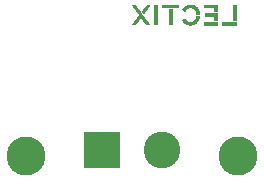
<source format=gbs>
G04 #@! TF.GenerationSoftware,KiCad,Pcbnew,6.0.9-8da3e8f707~116~ubuntu20.04.1*
G04 #@! TF.CreationDate,2023-03-26T14:19:45+00:00*
G04 #@! TF.ProjectId,LEC001020,4c454330-3031-4303-9230-2e6b69636164,rev?*
G04 #@! TF.SameCoordinates,Original*
G04 #@! TF.FileFunction,Soldermask,Bot*
G04 #@! TF.FilePolarity,Negative*
%FSLAX46Y46*%
G04 Gerber Fmt 4.6, Leading zero omitted, Abs format (unit mm)*
G04 Created by KiCad (PCBNEW 6.0.9-8da3e8f707~116~ubuntu20.04.1) date 2023-03-26 14:19:45*
%MOMM*%
%LPD*%
G01*
G04 APERTURE LIST*
G04 Aperture macros list*
%AMRoundRect*
0 Rectangle with rounded corners*
0 $1 Rounding radius*
0 $2 $3 $4 $5 $6 $7 $8 $9 X,Y pos of 4 corners*
0 Add a 4 corners polygon primitive as box body*
4,1,4,$2,$3,$4,$5,$6,$7,$8,$9,$2,$3,0*
0 Add four circle primitives for the rounded corners*
1,1,$1+$1,$2,$3*
1,1,$1+$1,$4,$5*
1,1,$1+$1,$6,$7*
1,1,$1+$1,$8,$9*
0 Add four rect primitives between the rounded corners*
20,1,$1+$1,$2,$3,$4,$5,0*
20,1,$1+$1,$4,$5,$6,$7,0*
20,1,$1+$1,$6,$7,$8,$9,0*
20,1,$1+$1,$8,$9,$2,$3,0*%
G04 Aperture macros list end*
%ADD10C,0.010000*%
%ADD11C,3.302000*%
%ADD12RoundRect,0.051000X-1.500000X-1.500000X1.500000X-1.500000X1.500000X1.500000X-1.500000X1.500000X0*%
%ADD13C,3.102000*%
G04 APERTURE END LIST*
G04 #@! TO.C,LOGO1*
G36*
X21259580Y-2853440D02*
G01*
X20111500Y-2853440D01*
X20111500Y-2629920D01*
X21259580Y-2629920D01*
X21259580Y-2853440D01*
G37*
D10*
X21259580Y-2853440D02*
X20111500Y-2853440D01*
X20111500Y-2629920D01*
X21259580Y-2629920D01*
X21259580Y-2853440D01*
G36*
X16418340Y-1395480D02*
G01*
X15049280Y-1395480D01*
X15049280Y-1174500D01*
X16418340Y-1174500D01*
X16418340Y-1395480D01*
G37*
X16418340Y-1395480D02*
X15049280Y-1395480D01*
X15049280Y-1174500D01*
X16418340Y-1174500D01*
X16418340Y-1395480D01*
G36*
X12669788Y-1180039D02*
G01*
X12686503Y-1180171D01*
X12699496Y-1180418D01*
X12709140Y-1180789D01*
X12715807Y-1181292D01*
X12719871Y-1181936D01*
X12721706Y-1182728D01*
X12721955Y-1183044D01*
X12724660Y-1186667D01*
X12730229Y-1194205D01*
X12738563Y-1205522D01*
X12749559Y-1220481D01*
X12763118Y-1238943D01*
X12779140Y-1260772D01*
X12797523Y-1285831D01*
X12818168Y-1313981D01*
X12840973Y-1345087D01*
X12865838Y-1379011D01*
X12892662Y-1415614D01*
X12921345Y-1454761D01*
X12951786Y-1496314D01*
X12983885Y-1540136D01*
X13017541Y-1586089D01*
X13052653Y-1634036D01*
X13089122Y-1683839D01*
X13126846Y-1735363D01*
X13165724Y-1788469D01*
X13205657Y-1843019D01*
X13246543Y-1898878D01*
X13288283Y-1955907D01*
X13330775Y-2013970D01*
X13936733Y-2842010D01*
X13824352Y-2842672D01*
X13807581Y-2842759D01*
X13785167Y-2842839D01*
X13764673Y-2842870D01*
X13746625Y-2842853D01*
X13731550Y-2842789D01*
X13719975Y-2842680D01*
X13712426Y-2842529D01*
X13709430Y-2842335D01*
X13708338Y-2841051D01*
X13704387Y-2835916D01*
X13697724Y-2827061D01*
X13688507Y-2814704D01*
X13676898Y-2799061D01*
X13663054Y-2780350D01*
X13647137Y-2758787D01*
X13629307Y-2734589D01*
X13609721Y-2707973D01*
X13588542Y-2679156D01*
X13565928Y-2648355D01*
X13542039Y-2615786D01*
X13517035Y-2581667D01*
X13491075Y-2546214D01*
X13464320Y-2509644D01*
X13443523Y-2481211D01*
X13417400Y-2445518D01*
X13392211Y-2411119D01*
X13368113Y-2378231D01*
X13345266Y-2347070D01*
X13323827Y-2317851D01*
X13303956Y-2290791D01*
X13285812Y-2266106D01*
X13269553Y-2244010D01*
X13255339Y-2224722D01*
X13243326Y-2208455D01*
X13233676Y-2195427D01*
X13226545Y-2185854D01*
X13222094Y-2179950D01*
X13220480Y-2177933D01*
X13219444Y-2179211D01*
X13215594Y-2184347D01*
X13209052Y-2193215D01*
X13199977Y-2205596D01*
X13188525Y-2221274D01*
X13174853Y-2240034D01*
X13159120Y-2261658D01*
X13141483Y-2285929D01*
X13122098Y-2312632D01*
X13101124Y-2341550D01*
X13078717Y-2372466D01*
X13055035Y-2405163D01*
X13030235Y-2439426D01*
X13004474Y-2475037D01*
X12977910Y-2511780D01*
X12736610Y-2845649D01*
X12622734Y-2845734D01*
X12593804Y-2845703D01*
X12568600Y-2845563D01*
X12547651Y-2845317D01*
X12531122Y-2844969D01*
X12519178Y-2844522D01*
X12511984Y-2843981D01*
X12509704Y-2843347D01*
X12509967Y-2842932D01*
X12512654Y-2839091D01*
X12518122Y-2831411D01*
X12526230Y-2820086D01*
X12536836Y-2805315D01*
X12549798Y-2787293D01*
X12564975Y-2766218D01*
X12582225Y-2742285D01*
X12601405Y-2715692D01*
X12622374Y-2686635D01*
X12644990Y-2655310D01*
X12669111Y-2621916D01*
X12694595Y-2586647D01*
X12721301Y-2549701D01*
X12749087Y-2511274D01*
X12777810Y-2471564D01*
X12807329Y-2430766D01*
X12819175Y-2414395D01*
X12848378Y-2374025D01*
X12876721Y-2334829D01*
X12904062Y-2297003D01*
X12930261Y-2260742D01*
X12955175Y-2226243D01*
X12978663Y-2193701D01*
X13000584Y-2163314D01*
X13020798Y-2135275D01*
X13039162Y-2109783D01*
X13055535Y-2087032D01*
X13069776Y-2067220D01*
X13081744Y-2050541D01*
X13091297Y-2037192D01*
X13098293Y-2027370D01*
X13102593Y-2021269D01*
X13104054Y-2019087D01*
X13103526Y-2018277D01*
X13100326Y-2013760D01*
X13094349Y-2005452D01*
X13085735Y-1993546D01*
X13074626Y-1978236D01*
X13061161Y-1959713D01*
X13045482Y-1938172D01*
X13027729Y-1913806D01*
X13008043Y-1886806D01*
X12986564Y-1857366D01*
X12963434Y-1825680D01*
X12938794Y-1791940D01*
X12912783Y-1756338D01*
X12885542Y-1719069D01*
X12857213Y-1680325D01*
X12827936Y-1640298D01*
X12797852Y-1599183D01*
X12491704Y-1180850D01*
X12605150Y-1180188D01*
X12623696Y-1180092D01*
X12648976Y-1180016D01*
X12669788Y-1180039D01*
G37*
X12669788Y-1180039D02*
X12686503Y-1180171D01*
X12699496Y-1180418D01*
X12709140Y-1180789D01*
X12715807Y-1181292D01*
X12719871Y-1181936D01*
X12721706Y-1182728D01*
X12721955Y-1183044D01*
X12724660Y-1186667D01*
X12730229Y-1194205D01*
X12738563Y-1205522D01*
X12749559Y-1220481D01*
X12763118Y-1238943D01*
X12779140Y-1260772D01*
X12797523Y-1285831D01*
X12818168Y-1313981D01*
X12840973Y-1345087D01*
X12865838Y-1379011D01*
X12892662Y-1415614D01*
X12921345Y-1454761D01*
X12951786Y-1496314D01*
X12983885Y-1540136D01*
X13017541Y-1586089D01*
X13052653Y-1634036D01*
X13089122Y-1683839D01*
X13126846Y-1735363D01*
X13165724Y-1788469D01*
X13205657Y-1843019D01*
X13246543Y-1898878D01*
X13288283Y-1955907D01*
X13330775Y-2013970D01*
X13936733Y-2842010D01*
X13824352Y-2842672D01*
X13807581Y-2842759D01*
X13785167Y-2842839D01*
X13764673Y-2842870D01*
X13746625Y-2842853D01*
X13731550Y-2842789D01*
X13719975Y-2842680D01*
X13712426Y-2842529D01*
X13709430Y-2842335D01*
X13708338Y-2841051D01*
X13704387Y-2835916D01*
X13697724Y-2827061D01*
X13688507Y-2814704D01*
X13676898Y-2799061D01*
X13663054Y-2780350D01*
X13647137Y-2758787D01*
X13629307Y-2734589D01*
X13609721Y-2707973D01*
X13588542Y-2679156D01*
X13565928Y-2648355D01*
X13542039Y-2615786D01*
X13517035Y-2581667D01*
X13491075Y-2546214D01*
X13464320Y-2509644D01*
X13443523Y-2481211D01*
X13417400Y-2445518D01*
X13392211Y-2411119D01*
X13368113Y-2378231D01*
X13345266Y-2347070D01*
X13323827Y-2317851D01*
X13303956Y-2290791D01*
X13285812Y-2266106D01*
X13269553Y-2244010D01*
X13255339Y-2224722D01*
X13243326Y-2208455D01*
X13233676Y-2195427D01*
X13226545Y-2185854D01*
X13222094Y-2179950D01*
X13220480Y-2177933D01*
X13219444Y-2179211D01*
X13215594Y-2184347D01*
X13209052Y-2193215D01*
X13199977Y-2205596D01*
X13188525Y-2221274D01*
X13174853Y-2240034D01*
X13159120Y-2261658D01*
X13141483Y-2285929D01*
X13122098Y-2312632D01*
X13101124Y-2341550D01*
X13078717Y-2372466D01*
X13055035Y-2405163D01*
X13030235Y-2439426D01*
X13004474Y-2475037D01*
X12977910Y-2511780D01*
X12736610Y-2845649D01*
X12622734Y-2845734D01*
X12593804Y-2845703D01*
X12568600Y-2845563D01*
X12547651Y-2845317D01*
X12531122Y-2844969D01*
X12519178Y-2844522D01*
X12511984Y-2843981D01*
X12509704Y-2843347D01*
X12509967Y-2842932D01*
X12512654Y-2839091D01*
X12518122Y-2831411D01*
X12526230Y-2820086D01*
X12536836Y-2805315D01*
X12549798Y-2787293D01*
X12564975Y-2766218D01*
X12582225Y-2742285D01*
X12601405Y-2715692D01*
X12622374Y-2686635D01*
X12644990Y-2655310D01*
X12669111Y-2621916D01*
X12694595Y-2586647D01*
X12721301Y-2549701D01*
X12749087Y-2511274D01*
X12777810Y-2471564D01*
X12807329Y-2430766D01*
X12819175Y-2414395D01*
X12848378Y-2374025D01*
X12876721Y-2334829D01*
X12904062Y-2297003D01*
X12930261Y-2260742D01*
X12955175Y-2226243D01*
X12978663Y-2193701D01*
X13000584Y-2163314D01*
X13020798Y-2135275D01*
X13039162Y-2109783D01*
X13055535Y-2087032D01*
X13069776Y-2067220D01*
X13081744Y-2050541D01*
X13091297Y-2037192D01*
X13098293Y-2027370D01*
X13102593Y-2021269D01*
X13104054Y-2019087D01*
X13103526Y-2018277D01*
X13100326Y-2013760D01*
X13094349Y-2005452D01*
X13085735Y-1993546D01*
X13074626Y-1978236D01*
X13061161Y-1959713D01*
X13045482Y-1938172D01*
X13027729Y-1913806D01*
X13008043Y-1886806D01*
X12986564Y-1857366D01*
X12963434Y-1825680D01*
X12938794Y-1791940D01*
X12912783Y-1756338D01*
X12885542Y-1719069D01*
X12857213Y-1680325D01*
X12827936Y-1640298D01*
X12797852Y-1599183D01*
X12491704Y-1180850D01*
X12605150Y-1180188D01*
X12623696Y-1180092D01*
X12648976Y-1180016D01*
X12669788Y-1180039D01*
G36*
X17422175Y-1170875D02*
G01*
X17446456Y-1171399D01*
X17469218Y-1172339D01*
X17489281Y-1173688D01*
X17505460Y-1175434D01*
X17520795Y-1177716D01*
X17578211Y-1188763D01*
X17632923Y-1203465D01*
X17685800Y-1222046D01*
X17718684Y-1235936D01*
X17772339Y-1262820D01*
X17823267Y-1293709D01*
X17871292Y-1328355D01*
X17916238Y-1366510D01*
X17957927Y-1407923D01*
X17996184Y-1452349D01*
X18030832Y-1499537D01*
X18061694Y-1549239D01*
X18088595Y-1601206D01*
X18111357Y-1655192D01*
X18129804Y-1710945D01*
X18143761Y-1768219D01*
X18153049Y-1826765D01*
X18157493Y-1886335D01*
X18158969Y-1931420D01*
X17937972Y-1931420D01*
X17936568Y-1890145D01*
X17934072Y-1852105D01*
X17927444Y-1806052D01*
X17916801Y-1761621D01*
X17906760Y-1730492D01*
X17887352Y-1683413D01*
X17863748Y-1638864D01*
X17836186Y-1597062D01*
X17804910Y-1558223D01*
X17770159Y-1522566D01*
X17732174Y-1490308D01*
X17691196Y-1461666D01*
X17647466Y-1436857D01*
X17601225Y-1416099D01*
X17552714Y-1399608D01*
X17502174Y-1387603D01*
X17491221Y-1385804D01*
X17468443Y-1383214D01*
X17442955Y-1381480D01*
X17416240Y-1380637D01*
X17389779Y-1380722D01*
X17365054Y-1381768D01*
X17343548Y-1383813D01*
X17303203Y-1390740D01*
X17253792Y-1403690D01*
X17205804Y-1421226D01*
X17159753Y-1443127D01*
X17116154Y-1469172D01*
X17075520Y-1499140D01*
X17063644Y-1509254D01*
X17038472Y-1533197D01*
X17013771Y-1559852D01*
X16990573Y-1588002D01*
X16969911Y-1616428D01*
X16952816Y-1643914D01*
X16949695Y-1649339D01*
X16944095Y-1658095D01*
X16940032Y-1662718D01*
X16937206Y-1663584D01*
X16936412Y-1663174D01*
X16931822Y-1660407D01*
X16923835Y-1655390D01*
X16913000Y-1648482D01*
X16899862Y-1640039D01*
X16884971Y-1630419D01*
X16868873Y-1619979D01*
X16852117Y-1609075D01*
X16835250Y-1598066D01*
X16818819Y-1587308D01*
X16803373Y-1577159D01*
X16789459Y-1567976D01*
X16777624Y-1560116D01*
X16768416Y-1553936D01*
X16762384Y-1549794D01*
X16760073Y-1548046D01*
X16760067Y-1548034D01*
X16760968Y-1545284D01*
X16764127Y-1539176D01*
X16769050Y-1530604D01*
X16775247Y-1520462D01*
X16776525Y-1518433D01*
X16811383Y-1467944D01*
X16849889Y-1420884D01*
X16891829Y-1377388D01*
X16936988Y-1337592D01*
X16985150Y-1301632D01*
X17036099Y-1269642D01*
X17089620Y-1241760D01*
X17145498Y-1218120D01*
X17203518Y-1198858D01*
X17263464Y-1184111D01*
X17325120Y-1174013D01*
X17333524Y-1173135D01*
X17352051Y-1171898D01*
X17373791Y-1171115D01*
X17397559Y-1170777D01*
X17422175Y-1170875D01*
G37*
X17422175Y-1170875D02*
X17446456Y-1171399D01*
X17469218Y-1172339D01*
X17489281Y-1173688D01*
X17505460Y-1175434D01*
X17520795Y-1177716D01*
X17578211Y-1188763D01*
X17632923Y-1203465D01*
X17685800Y-1222046D01*
X17718684Y-1235936D01*
X17772339Y-1262820D01*
X17823267Y-1293709D01*
X17871292Y-1328355D01*
X17916238Y-1366510D01*
X17957927Y-1407923D01*
X17996184Y-1452349D01*
X18030832Y-1499537D01*
X18061694Y-1549239D01*
X18088595Y-1601206D01*
X18111357Y-1655192D01*
X18129804Y-1710945D01*
X18143761Y-1768219D01*
X18153049Y-1826765D01*
X18157493Y-1886335D01*
X18158969Y-1931420D01*
X17937972Y-1931420D01*
X17936568Y-1890145D01*
X17934072Y-1852105D01*
X17927444Y-1806052D01*
X17916801Y-1761621D01*
X17906760Y-1730492D01*
X17887352Y-1683413D01*
X17863748Y-1638864D01*
X17836186Y-1597062D01*
X17804910Y-1558223D01*
X17770159Y-1522566D01*
X17732174Y-1490308D01*
X17691196Y-1461666D01*
X17647466Y-1436857D01*
X17601225Y-1416099D01*
X17552714Y-1399608D01*
X17502174Y-1387603D01*
X17491221Y-1385804D01*
X17468443Y-1383214D01*
X17442955Y-1381480D01*
X17416240Y-1380637D01*
X17389779Y-1380722D01*
X17365054Y-1381768D01*
X17343548Y-1383813D01*
X17303203Y-1390740D01*
X17253792Y-1403690D01*
X17205804Y-1421226D01*
X17159753Y-1443127D01*
X17116154Y-1469172D01*
X17075520Y-1499140D01*
X17063644Y-1509254D01*
X17038472Y-1533197D01*
X17013771Y-1559852D01*
X16990573Y-1588002D01*
X16969911Y-1616428D01*
X16952816Y-1643914D01*
X16949695Y-1649339D01*
X16944095Y-1658095D01*
X16940032Y-1662718D01*
X16937206Y-1663584D01*
X16936412Y-1663174D01*
X16931822Y-1660407D01*
X16923835Y-1655390D01*
X16913000Y-1648482D01*
X16899862Y-1640039D01*
X16884971Y-1630419D01*
X16868873Y-1619979D01*
X16852117Y-1609075D01*
X16835250Y-1598066D01*
X16818819Y-1587308D01*
X16803373Y-1577159D01*
X16789459Y-1567976D01*
X16777624Y-1560116D01*
X16768416Y-1553936D01*
X16762384Y-1549794D01*
X16760073Y-1548046D01*
X16760067Y-1548034D01*
X16760968Y-1545284D01*
X16764127Y-1539176D01*
X16769050Y-1530604D01*
X16775247Y-1520462D01*
X16776525Y-1518433D01*
X16811383Y-1467944D01*
X16849889Y-1420884D01*
X16891829Y-1377388D01*
X16936988Y-1337592D01*
X16985150Y-1301632D01*
X17036099Y-1269642D01*
X17089620Y-1241760D01*
X17145498Y-1218120D01*
X17203518Y-1198858D01*
X17263464Y-1184111D01*
X17325120Y-1174013D01*
X17333524Y-1173135D01*
X17352051Y-1171898D01*
X17373791Y-1171115D01*
X17397559Y-1170777D01*
X17422175Y-1170875D01*
G36*
X18070759Y-2101620D02*
G01*
X18092909Y-2101717D01*
X18113059Y-2101886D01*
X18130696Y-2102119D01*
X18145308Y-2102405D01*
X18156379Y-2102738D01*
X18163398Y-2103107D01*
X18165850Y-2103505D01*
X18165562Y-2110470D01*
X18164815Y-2121334D01*
X18163719Y-2134885D01*
X18162382Y-2149937D01*
X18160913Y-2165307D01*
X18159423Y-2179810D01*
X18158020Y-2192261D01*
X18156813Y-2201477D01*
X18148629Y-2247129D01*
X18133426Y-2307274D01*
X18113518Y-2365618D01*
X18088986Y-2421994D01*
X18059914Y-2476236D01*
X18026384Y-2528179D01*
X17988480Y-2577656D01*
X17946282Y-2624501D01*
X17931073Y-2639790D01*
X17906058Y-2663317D01*
X17880956Y-2684653D01*
X17854202Y-2705098D01*
X17824230Y-2725955D01*
X17815981Y-2731401D01*
X17765203Y-2761731D01*
X17712206Y-2788188D01*
X17657599Y-2810545D01*
X17601993Y-2828574D01*
X17545997Y-2842047D01*
X17490220Y-2850735D01*
X17484862Y-2851341D01*
X17473690Y-2852630D01*
X17464358Y-2853741D01*
X17458470Y-2854485D01*
X17454897Y-2854704D01*
X17446633Y-2854880D01*
X17434719Y-2854966D01*
X17419929Y-2854960D01*
X17403035Y-2854860D01*
X17384810Y-2854665D01*
X17360714Y-2854226D01*
X17337056Y-2853419D01*
X17316279Y-2852177D01*
X17297214Y-2850387D01*
X17278693Y-2847937D01*
X17259549Y-2844715D01*
X17238614Y-2840608D01*
X17185078Y-2827513D01*
X17126683Y-2808386D01*
X17070214Y-2784719D01*
X17015929Y-2756690D01*
X16964085Y-2724473D01*
X16914939Y-2688245D01*
X16868747Y-2648181D01*
X16825767Y-2604456D01*
X16786255Y-2557247D01*
X16750468Y-2506730D01*
X16747037Y-2501432D01*
X16737839Y-2487022D01*
X16731171Y-2476130D01*
X16726764Y-2468246D01*
X16724350Y-2462864D01*
X16723658Y-2459476D01*
X16724421Y-2457574D01*
X16724716Y-2457360D01*
X16728481Y-2455212D01*
X16736008Y-2451170D01*
X16746746Y-2445515D01*
X16760143Y-2438530D01*
X16775647Y-2430496D01*
X16792708Y-2421697D01*
X16810773Y-2412414D01*
X16829291Y-2402930D01*
X16847712Y-2393526D01*
X16865482Y-2384484D01*
X16882050Y-2376087D01*
X16896866Y-2368617D01*
X16909378Y-2362356D01*
X16919034Y-2357586D01*
X16925282Y-2354589D01*
X16927572Y-2353648D01*
X16927581Y-2353660D01*
X16929023Y-2356162D01*
X16932236Y-2361866D01*
X16936541Y-2369570D01*
X16947107Y-2387642D01*
X16975479Y-2429189D01*
X17007725Y-2467757D01*
X17043523Y-2503119D01*
X17082553Y-2535050D01*
X17124494Y-2563326D01*
X17169027Y-2587722D01*
X17215829Y-2608011D01*
X17264580Y-2623968D01*
X17314960Y-2635369D01*
X17334525Y-2638161D01*
X17358784Y-2640393D01*
X17384830Y-2641784D01*
X17410988Y-2642277D01*
X17435583Y-2641812D01*
X17456939Y-2640331D01*
X17458267Y-2640191D01*
X17507946Y-2632466D01*
X17557001Y-2620147D01*
X17604786Y-2603491D01*
X17650655Y-2582754D01*
X17693962Y-2558193D01*
X17734060Y-2530066D01*
X17740140Y-2525258D01*
X17778352Y-2491476D01*
X17813067Y-2454432D01*
X17844087Y-2414500D01*
X17871216Y-2372055D01*
X17894257Y-2327472D01*
X17913012Y-2281126D01*
X17927286Y-2233391D01*
X17936880Y-2184642D01*
X17941598Y-2135255D01*
X17943101Y-2101600D01*
X18054481Y-2101600D01*
X18070759Y-2101620D01*
G37*
X18070759Y-2101620D02*
X18092909Y-2101717D01*
X18113059Y-2101886D01*
X18130696Y-2102119D01*
X18145308Y-2102405D01*
X18156379Y-2102738D01*
X18163398Y-2103107D01*
X18165850Y-2103505D01*
X18165562Y-2110470D01*
X18164815Y-2121334D01*
X18163719Y-2134885D01*
X18162382Y-2149937D01*
X18160913Y-2165307D01*
X18159423Y-2179810D01*
X18158020Y-2192261D01*
X18156813Y-2201477D01*
X18148629Y-2247129D01*
X18133426Y-2307274D01*
X18113518Y-2365618D01*
X18088986Y-2421994D01*
X18059914Y-2476236D01*
X18026384Y-2528179D01*
X17988480Y-2577656D01*
X17946282Y-2624501D01*
X17931073Y-2639790D01*
X17906058Y-2663317D01*
X17880956Y-2684653D01*
X17854202Y-2705098D01*
X17824230Y-2725955D01*
X17815981Y-2731401D01*
X17765203Y-2761731D01*
X17712206Y-2788188D01*
X17657599Y-2810545D01*
X17601993Y-2828574D01*
X17545997Y-2842047D01*
X17490220Y-2850735D01*
X17484862Y-2851341D01*
X17473690Y-2852630D01*
X17464358Y-2853741D01*
X17458470Y-2854485D01*
X17454897Y-2854704D01*
X17446633Y-2854880D01*
X17434719Y-2854966D01*
X17419929Y-2854960D01*
X17403035Y-2854860D01*
X17384810Y-2854665D01*
X17360714Y-2854226D01*
X17337056Y-2853419D01*
X17316279Y-2852177D01*
X17297214Y-2850387D01*
X17278693Y-2847937D01*
X17259549Y-2844715D01*
X17238614Y-2840608D01*
X17185078Y-2827513D01*
X17126683Y-2808386D01*
X17070214Y-2784719D01*
X17015929Y-2756690D01*
X16964085Y-2724473D01*
X16914939Y-2688245D01*
X16868747Y-2648181D01*
X16825767Y-2604456D01*
X16786255Y-2557247D01*
X16750468Y-2506730D01*
X16747037Y-2501432D01*
X16737839Y-2487022D01*
X16731171Y-2476130D01*
X16726764Y-2468246D01*
X16724350Y-2462864D01*
X16723658Y-2459476D01*
X16724421Y-2457574D01*
X16724716Y-2457360D01*
X16728481Y-2455212D01*
X16736008Y-2451170D01*
X16746746Y-2445515D01*
X16760143Y-2438530D01*
X16775647Y-2430496D01*
X16792708Y-2421697D01*
X16810773Y-2412414D01*
X16829291Y-2402930D01*
X16847712Y-2393526D01*
X16865482Y-2384484D01*
X16882050Y-2376087D01*
X16896866Y-2368617D01*
X16909378Y-2362356D01*
X16919034Y-2357586D01*
X16925282Y-2354589D01*
X16927572Y-2353648D01*
X16927581Y-2353660D01*
X16929023Y-2356162D01*
X16932236Y-2361866D01*
X16936541Y-2369570D01*
X16947107Y-2387642D01*
X16975479Y-2429189D01*
X17007725Y-2467757D01*
X17043523Y-2503119D01*
X17082553Y-2535050D01*
X17124494Y-2563326D01*
X17169027Y-2587722D01*
X17215829Y-2608011D01*
X17264580Y-2623968D01*
X17314960Y-2635369D01*
X17334525Y-2638161D01*
X17358784Y-2640393D01*
X17384830Y-2641784D01*
X17410988Y-2642277D01*
X17435583Y-2641812D01*
X17456939Y-2640331D01*
X17458267Y-2640191D01*
X17507946Y-2632466D01*
X17557001Y-2620147D01*
X17604786Y-2603491D01*
X17650655Y-2582754D01*
X17693962Y-2558193D01*
X17734060Y-2530066D01*
X17740140Y-2525258D01*
X17778352Y-2491476D01*
X17813067Y-2454432D01*
X17844087Y-2414500D01*
X17871216Y-2372055D01*
X17894257Y-2327472D01*
X17913012Y-2281126D01*
X17927286Y-2233391D01*
X17936880Y-2184642D01*
X17941598Y-2135255D01*
X17943101Y-2101600D01*
X18054481Y-2101600D01*
X18070759Y-2101620D01*
G36*
X14602240Y-2845820D02*
G01*
X14381260Y-2845820D01*
X14381260Y-1174500D01*
X14602240Y-1174500D01*
X14602240Y-2845820D01*
G37*
X14602240Y-2845820D02*
X14381260Y-2845820D01*
X14381260Y-1174500D01*
X14602240Y-1174500D01*
X14602240Y-2845820D01*
G36*
X15849380Y-2845820D02*
G01*
X15628400Y-2845820D01*
X15628400Y-1563120D01*
X15849380Y-1563120D01*
X15849380Y-2845820D01*
G37*
X15849380Y-2845820D02*
X15628400Y-2845820D01*
X15628400Y-1563120D01*
X15849380Y-1563120D01*
X15849380Y-2845820D01*
G36*
X19664460Y-1700280D02*
G01*
X19440940Y-1700280D01*
X19440940Y-1387860D01*
X18567180Y-1387860D01*
X18567180Y-1166880D01*
X19664460Y-1166880D01*
X19664460Y-1700280D01*
G37*
X19664460Y-1700280D02*
X19440940Y-1700280D01*
X19440940Y-1387860D01*
X18567180Y-1387860D01*
X18567180Y-1166880D01*
X19664460Y-1166880D01*
X19664460Y-1700280D01*
G36*
X19659380Y-2853440D02*
G01*
X18567180Y-2853440D01*
X18567180Y-2629920D01*
X19659380Y-2629920D01*
X19659380Y-2853440D01*
G37*
X19659380Y-2853440D02*
X18567180Y-2853440D01*
X18567180Y-2629920D01*
X19659380Y-2629920D01*
X19659380Y-2853440D01*
G36*
X13870475Y-1174500D02*
G01*
X13894651Y-1174514D01*
X13914427Y-1174559D01*
X13930228Y-1174655D01*
X13942478Y-1174823D01*
X13951601Y-1175081D01*
X13958019Y-1175449D01*
X13962156Y-1175947D01*
X13964437Y-1176595D01*
X13965285Y-1177412D01*
X13965123Y-1178417D01*
X13964375Y-1179630D01*
X13964149Y-1179952D01*
X13961486Y-1183654D01*
X13956036Y-1191192D01*
X13947953Y-1202354D01*
X13937392Y-1216927D01*
X13924507Y-1234699D01*
X13909452Y-1255456D01*
X13892382Y-1278985D01*
X13873451Y-1305075D01*
X13852814Y-1333511D01*
X13830626Y-1364081D01*
X13807040Y-1396572D01*
X13782211Y-1430772D01*
X13756293Y-1466468D01*
X13729442Y-1503445D01*
X13701810Y-1541493D01*
X13693404Y-1553067D01*
X13666032Y-1590724D01*
X13639494Y-1627196D01*
X13613944Y-1662272D01*
X13589535Y-1695743D01*
X13566421Y-1727402D01*
X13544753Y-1757037D01*
X13524687Y-1784442D01*
X13506375Y-1809405D01*
X13489971Y-1831719D01*
X13475627Y-1851174D01*
X13463498Y-1867561D01*
X13453736Y-1880671D01*
X13446496Y-1890295D01*
X13441929Y-1896223D01*
X13440190Y-1898247D01*
X13439073Y-1897375D01*
X13435221Y-1892955D01*
X13429128Y-1885298D01*
X13421199Y-1874962D01*
X13411838Y-1862504D01*
X13401449Y-1848483D01*
X13390438Y-1833457D01*
X13379207Y-1817984D01*
X13368162Y-1802622D01*
X13357707Y-1787928D01*
X13348245Y-1774461D01*
X13340183Y-1762779D01*
X13333923Y-1753439D01*
X13329871Y-1747001D01*
X13328430Y-1744021D01*
X13328979Y-1742942D01*
X13332186Y-1738009D01*
X13338111Y-1729356D01*
X13346582Y-1717223D01*
X13357429Y-1701848D01*
X13370480Y-1683470D01*
X13385565Y-1662329D01*
X13402513Y-1638663D01*
X13421152Y-1612711D01*
X13441311Y-1584714D01*
X13462820Y-1554909D01*
X13485507Y-1523537D01*
X13509201Y-1490835D01*
X13533731Y-1457044D01*
X13739032Y-1174500D01*
X13853446Y-1174499D01*
X13870475Y-1174500D01*
G37*
X13870475Y-1174500D02*
X13894651Y-1174514D01*
X13914427Y-1174559D01*
X13930228Y-1174655D01*
X13942478Y-1174823D01*
X13951601Y-1175081D01*
X13958019Y-1175449D01*
X13962156Y-1175947D01*
X13964437Y-1176595D01*
X13965285Y-1177412D01*
X13965123Y-1178417D01*
X13964375Y-1179630D01*
X13964149Y-1179952D01*
X13961486Y-1183654D01*
X13956036Y-1191192D01*
X13947953Y-1202354D01*
X13937392Y-1216927D01*
X13924507Y-1234699D01*
X13909452Y-1255456D01*
X13892382Y-1278985D01*
X13873451Y-1305075D01*
X13852814Y-1333511D01*
X13830626Y-1364081D01*
X13807040Y-1396572D01*
X13782211Y-1430772D01*
X13756293Y-1466468D01*
X13729442Y-1503445D01*
X13701810Y-1541493D01*
X13693404Y-1553067D01*
X13666032Y-1590724D01*
X13639494Y-1627196D01*
X13613944Y-1662272D01*
X13589535Y-1695743D01*
X13566421Y-1727402D01*
X13544753Y-1757037D01*
X13524687Y-1784442D01*
X13506375Y-1809405D01*
X13489971Y-1831719D01*
X13475627Y-1851174D01*
X13463498Y-1867561D01*
X13453736Y-1880671D01*
X13446496Y-1890295D01*
X13441929Y-1896223D01*
X13440190Y-1898247D01*
X13439073Y-1897375D01*
X13435221Y-1892955D01*
X13429128Y-1885298D01*
X13421199Y-1874962D01*
X13411838Y-1862504D01*
X13401449Y-1848483D01*
X13390438Y-1833457D01*
X13379207Y-1817984D01*
X13368162Y-1802622D01*
X13357707Y-1787928D01*
X13348245Y-1774461D01*
X13340183Y-1762779D01*
X13333923Y-1753439D01*
X13329871Y-1747001D01*
X13328430Y-1744021D01*
X13328979Y-1742942D01*
X13332186Y-1738009D01*
X13338111Y-1729356D01*
X13346582Y-1717223D01*
X13357429Y-1701848D01*
X13370480Y-1683470D01*
X13385565Y-1662329D01*
X13402513Y-1638663D01*
X13421152Y-1612711D01*
X13441311Y-1584714D01*
X13462820Y-1554909D01*
X13485507Y-1523537D01*
X13509201Y-1490835D01*
X13533731Y-1457044D01*
X13739032Y-1174500D01*
X13853446Y-1174499D01*
X13870475Y-1174500D01*
G36*
X19661920Y-2452120D02*
G01*
X19440940Y-2452120D01*
X19440940Y-2109220D01*
X18681480Y-2109220D01*
X18681480Y-1885700D01*
X19661920Y-1885700D01*
X19661920Y-2452120D01*
G37*
X19661920Y-2452120D02*
X19440940Y-2452120D01*
X19440940Y-2109220D01*
X18681480Y-2109220D01*
X18681480Y-1885700D01*
X19661920Y-1885700D01*
X19661920Y-2452120D01*
G36*
X21259580Y-2452120D02*
G01*
X21038600Y-2452120D01*
X21038600Y-1177040D01*
X21259580Y-1177040D01*
X21259580Y-2452120D01*
G37*
X21259580Y-2452120D02*
X21038600Y-2452120D01*
X21038600Y-1177040D01*
X21259580Y-1177040D01*
X21259580Y-2452120D01*
G36*
X21259580Y-2853440D02*
G01*
X20111500Y-2853440D01*
X20111500Y-2629920D01*
X21259580Y-2629920D01*
X21259580Y-2853440D01*
G37*
X21259580Y-2853440D02*
X20111500Y-2853440D01*
X20111500Y-2629920D01*
X21259580Y-2629920D01*
X21259580Y-2853440D01*
G36*
X16418340Y-1395480D02*
G01*
X15049280Y-1395480D01*
X15049280Y-1174500D01*
X16418340Y-1174500D01*
X16418340Y-1395480D01*
G37*
X16418340Y-1395480D02*
X15049280Y-1395480D01*
X15049280Y-1174500D01*
X16418340Y-1174500D01*
X16418340Y-1395480D01*
G36*
X12669788Y-1180039D02*
G01*
X12686503Y-1180171D01*
X12699496Y-1180418D01*
X12709140Y-1180789D01*
X12715807Y-1181292D01*
X12719871Y-1181936D01*
X12721706Y-1182728D01*
X12721955Y-1183044D01*
X12724660Y-1186667D01*
X12730229Y-1194205D01*
X12738563Y-1205522D01*
X12749559Y-1220481D01*
X12763118Y-1238943D01*
X12779140Y-1260772D01*
X12797523Y-1285831D01*
X12818168Y-1313981D01*
X12840973Y-1345087D01*
X12865838Y-1379011D01*
X12892662Y-1415614D01*
X12921345Y-1454761D01*
X12951786Y-1496314D01*
X12983885Y-1540136D01*
X13017541Y-1586089D01*
X13052653Y-1634036D01*
X13089122Y-1683839D01*
X13126846Y-1735363D01*
X13165724Y-1788469D01*
X13205657Y-1843019D01*
X13246543Y-1898878D01*
X13288283Y-1955907D01*
X13330775Y-2013970D01*
X13936733Y-2842010D01*
X13824352Y-2842672D01*
X13807581Y-2842759D01*
X13785167Y-2842839D01*
X13764673Y-2842870D01*
X13746625Y-2842853D01*
X13731550Y-2842789D01*
X13719975Y-2842680D01*
X13712426Y-2842529D01*
X13709430Y-2842335D01*
X13708338Y-2841051D01*
X13704387Y-2835916D01*
X13697724Y-2827061D01*
X13688507Y-2814704D01*
X13676898Y-2799061D01*
X13663054Y-2780350D01*
X13647137Y-2758787D01*
X13629307Y-2734589D01*
X13609721Y-2707973D01*
X13588542Y-2679156D01*
X13565928Y-2648355D01*
X13542039Y-2615786D01*
X13517035Y-2581667D01*
X13491075Y-2546214D01*
X13464320Y-2509644D01*
X13443523Y-2481211D01*
X13417400Y-2445518D01*
X13392211Y-2411119D01*
X13368113Y-2378231D01*
X13345266Y-2347070D01*
X13323827Y-2317851D01*
X13303956Y-2290791D01*
X13285812Y-2266106D01*
X13269553Y-2244010D01*
X13255339Y-2224722D01*
X13243326Y-2208455D01*
X13233676Y-2195427D01*
X13226545Y-2185854D01*
X13222094Y-2179950D01*
X13220480Y-2177933D01*
X13219444Y-2179211D01*
X13215594Y-2184347D01*
X13209052Y-2193215D01*
X13199977Y-2205596D01*
X13188525Y-2221274D01*
X13174853Y-2240034D01*
X13159120Y-2261658D01*
X13141483Y-2285929D01*
X13122098Y-2312632D01*
X13101124Y-2341550D01*
X13078717Y-2372466D01*
X13055035Y-2405163D01*
X13030235Y-2439426D01*
X13004474Y-2475037D01*
X12977910Y-2511780D01*
X12736610Y-2845649D01*
X12622734Y-2845734D01*
X12593804Y-2845703D01*
X12568600Y-2845563D01*
X12547651Y-2845317D01*
X12531122Y-2844969D01*
X12519178Y-2844522D01*
X12511984Y-2843981D01*
X12509704Y-2843347D01*
X12509967Y-2842932D01*
X12512654Y-2839091D01*
X12518122Y-2831411D01*
X12526230Y-2820086D01*
X12536836Y-2805315D01*
X12549798Y-2787293D01*
X12564975Y-2766218D01*
X12582225Y-2742285D01*
X12601405Y-2715692D01*
X12622374Y-2686635D01*
X12644990Y-2655310D01*
X12669111Y-2621916D01*
X12694595Y-2586647D01*
X12721301Y-2549701D01*
X12749087Y-2511274D01*
X12777810Y-2471564D01*
X12807329Y-2430766D01*
X12819175Y-2414395D01*
X12848378Y-2374025D01*
X12876721Y-2334829D01*
X12904062Y-2297003D01*
X12930261Y-2260742D01*
X12955175Y-2226243D01*
X12978663Y-2193701D01*
X13000584Y-2163314D01*
X13020798Y-2135275D01*
X13039162Y-2109783D01*
X13055535Y-2087032D01*
X13069776Y-2067220D01*
X13081744Y-2050541D01*
X13091297Y-2037192D01*
X13098293Y-2027370D01*
X13102593Y-2021269D01*
X13104054Y-2019087D01*
X13103526Y-2018277D01*
X13100326Y-2013760D01*
X13094349Y-2005452D01*
X13085735Y-1993546D01*
X13074626Y-1978236D01*
X13061161Y-1959713D01*
X13045482Y-1938172D01*
X13027729Y-1913806D01*
X13008043Y-1886806D01*
X12986564Y-1857366D01*
X12963434Y-1825680D01*
X12938794Y-1791940D01*
X12912783Y-1756338D01*
X12885542Y-1719069D01*
X12857213Y-1680325D01*
X12827936Y-1640298D01*
X12797852Y-1599183D01*
X12491704Y-1180850D01*
X12605150Y-1180188D01*
X12623696Y-1180092D01*
X12648976Y-1180016D01*
X12669788Y-1180039D01*
G37*
X12669788Y-1180039D02*
X12686503Y-1180171D01*
X12699496Y-1180418D01*
X12709140Y-1180789D01*
X12715807Y-1181292D01*
X12719871Y-1181936D01*
X12721706Y-1182728D01*
X12721955Y-1183044D01*
X12724660Y-1186667D01*
X12730229Y-1194205D01*
X12738563Y-1205522D01*
X12749559Y-1220481D01*
X12763118Y-1238943D01*
X12779140Y-1260772D01*
X12797523Y-1285831D01*
X12818168Y-1313981D01*
X12840973Y-1345087D01*
X12865838Y-1379011D01*
X12892662Y-1415614D01*
X12921345Y-1454761D01*
X12951786Y-1496314D01*
X12983885Y-1540136D01*
X13017541Y-1586089D01*
X13052653Y-1634036D01*
X13089122Y-1683839D01*
X13126846Y-1735363D01*
X13165724Y-1788469D01*
X13205657Y-1843019D01*
X13246543Y-1898878D01*
X13288283Y-1955907D01*
X13330775Y-2013970D01*
X13936733Y-2842010D01*
X13824352Y-2842672D01*
X13807581Y-2842759D01*
X13785167Y-2842839D01*
X13764673Y-2842870D01*
X13746625Y-2842853D01*
X13731550Y-2842789D01*
X13719975Y-2842680D01*
X13712426Y-2842529D01*
X13709430Y-2842335D01*
X13708338Y-2841051D01*
X13704387Y-2835916D01*
X13697724Y-2827061D01*
X13688507Y-2814704D01*
X13676898Y-2799061D01*
X13663054Y-2780350D01*
X13647137Y-2758787D01*
X13629307Y-2734589D01*
X13609721Y-2707973D01*
X13588542Y-2679156D01*
X13565928Y-2648355D01*
X13542039Y-2615786D01*
X13517035Y-2581667D01*
X13491075Y-2546214D01*
X13464320Y-2509644D01*
X13443523Y-2481211D01*
X13417400Y-2445518D01*
X13392211Y-2411119D01*
X13368113Y-2378231D01*
X13345266Y-2347070D01*
X13323827Y-2317851D01*
X13303956Y-2290791D01*
X13285812Y-2266106D01*
X13269553Y-2244010D01*
X13255339Y-2224722D01*
X13243326Y-2208455D01*
X13233676Y-2195427D01*
X13226545Y-2185854D01*
X13222094Y-2179950D01*
X13220480Y-2177933D01*
X13219444Y-2179211D01*
X13215594Y-2184347D01*
X13209052Y-2193215D01*
X13199977Y-2205596D01*
X13188525Y-2221274D01*
X13174853Y-2240034D01*
X13159120Y-2261658D01*
X13141483Y-2285929D01*
X13122098Y-2312632D01*
X13101124Y-2341550D01*
X13078717Y-2372466D01*
X13055035Y-2405163D01*
X13030235Y-2439426D01*
X13004474Y-2475037D01*
X12977910Y-2511780D01*
X12736610Y-2845649D01*
X12622734Y-2845734D01*
X12593804Y-2845703D01*
X12568600Y-2845563D01*
X12547651Y-2845317D01*
X12531122Y-2844969D01*
X12519178Y-2844522D01*
X12511984Y-2843981D01*
X12509704Y-2843347D01*
X12509967Y-2842932D01*
X12512654Y-2839091D01*
X12518122Y-2831411D01*
X12526230Y-2820086D01*
X12536836Y-2805315D01*
X12549798Y-2787293D01*
X12564975Y-2766218D01*
X12582225Y-2742285D01*
X12601405Y-2715692D01*
X12622374Y-2686635D01*
X12644990Y-2655310D01*
X12669111Y-2621916D01*
X12694595Y-2586647D01*
X12721301Y-2549701D01*
X12749087Y-2511274D01*
X12777810Y-2471564D01*
X12807329Y-2430766D01*
X12819175Y-2414395D01*
X12848378Y-2374025D01*
X12876721Y-2334829D01*
X12904062Y-2297003D01*
X12930261Y-2260742D01*
X12955175Y-2226243D01*
X12978663Y-2193701D01*
X13000584Y-2163314D01*
X13020798Y-2135275D01*
X13039162Y-2109783D01*
X13055535Y-2087032D01*
X13069776Y-2067220D01*
X13081744Y-2050541D01*
X13091297Y-2037192D01*
X13098293Y-2027370D01*
X13102593Y-2021269D01*
X13104054Y-2019087D01*
X13103526Y-2018277D01*
X13100326Y-2013760D01*
X13094349Y-2005452D01*
X13085735Y-1993546D01*
X13074626Y-1978236D01*
X13061161Y-1959713D01*
X13045482Y-1938172D01*
X13027729Y-1913806D01*
X13008043Y-1886806D01*
X12986564Y-1857366D01*
X12963434Y-1825680D01*
X12938794Y-1791940D01*
X12912783Y-1756338D01*
X12885542Y-1719069D01*
X12857213Y-1680325D01*
X12827936Y-1640298D01*
X12797852Y-1599183D01*
X12491704Y-1180850D01*
X12605150Y-1180188D01*
X12623696Y-1180092D01*
X12648976Y-1180016D01*
X12669788Y-1180039D01*
G36*
X17422175Y-1170875D02*
G01*
X17446456Y-1171399D01*
X17469218Y-1172339D01*
X17489281Y-1173688D01*
X17505460Y-1175434D01*
X17520795Y-1177716D01*
X17578211Y-1188763D01*
X17632923Y-1203465D01*
X17685800Y-1222046D01*
X17718684Y-1235936D01*
X17772339Y-1262820D01*
X17823267Y-1293709D01*
X17871292Y-1328355D01*
X17916238Y-1366510D01*
X17957927Y-1407923D01*
X17996184Y-1452349D01*
X18030832Y-1499537D01*
X18061694Y-1549239D01*
X18088595Y-1601206D01*
X18111357Y-1655192D01*
X18129804Y-1710945D01*
X18143761Y-1768219D01*
X18153049Y-1826765D01*
X18157493Y-1886335D01*
X18158969Y-1931420D01*
X17937972Y-1931420D01*
X17936568Y-1890145D01*
X17934072Y-1852105D01*
X17927444Y-1806052D01*
X17916801Y-1761621D01*
X17906760Y-1730492D01*
X17887352Y-1683413D01*
X17863748Y-1638864D01*
X17836186Y-1597062D01*
X17804910Y-1558223D01*
X17770159Y-1522566D01*
X17732174Y-1490308D01*
X17691196Y-1461666D01*
X17647466Y-1436857D01*
X17601225Y-1416099D01*
X17552714Y-1399608D01*
X17502174Y-1387603D01*
X17491221Y-1385804D01*
X17468443Y-1383214D01*
X17442955Y-1381480D01*
X17416240Y-1380637D01*
X17389779Y-1380722D01*
X17365054Y-1381768D01*
X17343548Y-1383813D01*
X17303203Y-1390740D01*
X17253792Y-1403690D01*
X17205804Y-1421226D01*
X17159753Y-1443127D01*
X17116154Y-1469172D01*
X17075520Y-1499140D01*
X17063644Y-1509254D01*
X17038472Y-1533197D01*
X17013771Y-1559852D01*
X16990573Y-1588002D01*
X16969911Y-1616428D01*
X16952816Y-1643914D01*
X16949695Y-1649339D01*
X16944095Y-1658095D01*
X16940032Y-1662718D01*
X16937206Y-1663584D01*
X16936412Y-1663174D01*
X16931822Y-1660407D01*
X16923835Y-1655390D01*
X16913000Y-1648482D01*
X16899862Y-1640039D01*
X16884971Y-1630419D01*
X16868873Y-1619979D01*
X16852117Y-1609075D01*
X16835250Y-1598066D01*
X16818819Y-1587308D01*
X16803373Y-1577159D01*
X16789459Y-1567976D01*
X16777624Y-1560116D01*
X16768416Y-1553936D01*
X16762384Y-1549794D01*
X16760073Y-1548046D01*
X16760067Y-1548034D01*
X16760968Y-1545284D01*
X16764127Y-1539176D01*
X16769050Y-1530604D01*
X16775247Y-1520462D01*
X16776525Y-1518433D01*
X16811383Y-1467944D01*
X16849889Y-1420884D01*
X16891829Y-1377388D01*
X16936988Y-1337592D01*
X16985150Y-1301632D01*
X17036099Y-1269642D01*
X17089620Y-1241760D01*
X17145498Y-1218120D01*
X17203518Y-1198858D01*
X17263464Y-1184111D01*
X17325120Y-1174013D01*
X17333524Y-1173135D01*
X17352051Y-1171898D01*
X17373791Y-1171115D01*
X17397559Y-1170777D01*
X17422175Y-1170875D01*
G37*
X17422175Y-1170875D02*
X17446456Y-1171399D01*
X17469218Y-1172339D01*
X17489281Y-1173688D01*
X17505460Y-1175434D01*
X17520795Y-1177716D01*
X17578211Y-1188763D01*
X17632923Y-1203465D01*
X17685800Y-1222046D01*
X17718684Y-1235936D01*
X17772339Y-1262820D01*
X17823267Y-1293709D01*
X17871292Y-1328355D01*
X17916238Y-1366510D01*
X17957927Y-1407923D01*
X17996184Y-1452349D01*
X18030832Y-1499537D01*
X18061694Y-1549239D01*
X18088595Y-1601206D01*
X18111357Y-1655192D01*
X18129804Y-1710945D01*
X18143761Y-1768219D01*
X18153049Y-1826765D01*
X18157493Y-1886335D01*
X18158969Y-1931420D01*
X17937972Y-1931420D01*
X17936568Y-1890145D01*
X17934072Y-1852105D01*
X17927444Y-1806052D01*
X17916801Y-1761621D01*
X17906760Y-1730492D01*
X17887352Y-1683413D01*
X17863748Y-1638864D01*
X17836186Y-1597062D01*
X17804910Y-1558223D01*
X17770159Y-1522566D01*
X17732174Y-1490308D01*
X17691196Y-1461666D01*
X17647466Y-1436857D01*
X17601225Y-1416099D01*
X17552714Y-1399608D01*
X17502174Y-1387603D01*
X17491221Y-1385804D01*
X17468443Y-1383214D01*
X17442955Y-1381480D01*
X17416240Y-1380637D01*
X17389779Y-1380722D01*
X17365054Y-1381768D01*
X17343548Y-1383813D01*
X17303203Y-1390740D01*
X17253792Y-1403690D01*
X17205804Y-1421226D01*
X17159753Y-1443127D01*
X17116154Y-1469172D01*
X17075520Y-1499140D01*
X17063644Y-1509254D01*
X17038472Y-1533197D01*
X17013771Y-1559852D01*
X16990573Y-1588002D01*
X16969911Y-1616428D01*
X16952816Y-1643914D01*
X16949695Y-1649339D01*
X16944095Y-1658095D01*
X16940032Y-1662718D01*
X16937206Y-1663584D01*
X16936412Y-1663174D01*
X16931822Y-1660407D01*
X16923835Y-1655390D01*
X16913000Y-1648482D01*
X16899862Y-1640039D01*
X16884971Y-1630419D01*
X16868873Y-1619979D01*
X16852117Y-1609075D01*
X16835250Y-1598066D01*
X16818819Y-1587308D01*
X16803373Y-1577159D01*
X16789459Y-1567976D01*
X16777624Y-1560116D01*
X16768416Y-1553936D01*
X16762384Y-1549794D01*
X16760073Y-1548046D01*
X16760067Y-1548034D01*
X16760968Y-1545284D01*
X16764127Y-1539176D01*
X16769050Y-1530604D01*
X16775247Y-1520462D01*
X16776525Y-1518433D01*
X16811383Y-1467944D01*
X16849889Y-1420884D01*
X16891829Y-1377388D01*
X16936988Y-1337592D01*
X16985150Y-1301632D01*
X17036099Y-1269642D01*
X17089620Y-1241760D01*
X17145498Y-1218120D01*
X17203518Y-1198858D01*
X17263464Y-1184111D01*
X17325120Y-1174013D01*
X17333524Y-1173135D01*
X17352051Y-1171898D01*
X17373791Y-1171115D01*
X17397559Y-1170777D01*
X17422175Y-1170875D01*
G36*
X18070759Y-2101620D02*
G01*
X18092909Y-2101717D01*
X18113059Y-2101886D01*
X18130696Y-2102119D01*
X18145308Y-2102405D01*
X18156379Y-2102738D01*
X18163398Y-2103107D01*
X18165850Y-2103505D01*
X18165562Y-2110470D01*
X18164815Y-2121334D01*
X18163719Y-2134885D01*
X18162382Y-2149937D01*
X18160913Y-2165307D01*
X18159423Y-2179810D01*
X18158020Y-2192261D01*
X18156813Y-2201477D01*
X18148629Y-2247129D01*
X18133426Y-2307274D01*
X18113518Y-2365618D01*
X18088986Y-2421994D01*
X18059914Y-2476236D01*
X18026384Y-2528179D01*
X17988480Y-2577656D01*
X17946282Y-2624501D01*
X17931073Y-2639790D01*
X17906058Y-2663317D01*
X17880956Y-2684653D01*
X17854202Y-2705098D01*
X17824230Y-2725955D01*
X17815981Y-2731401D01*
X17765203Y-2761731D01*
X17712206Y-2788188D01*
X17657599Y-2810545D01*
X17601993Y-2828574D01*
X17545997Y-2842047D01*
X17490220Y-2850735D01*
X17484862Y-2851341D01*
X17473690Y-2852630D01*
X17464358Y-2853741D01*
X17458470Y-2854485D01*
X17454897Y-2854704D01*
X17446633Y-2854880D01*
X17434719Y-2854966D01*
X17419929Y-2854960D01*
X17403035Y-2854860D01*
X17384810Y-2854665D01*
X17360714Y-2854226D01*
X17337056Y-2853419D01*
X17316279Y-2852177D01*
X17297214Y-2850387D01*
X17278693Y-2847937D01*
X17259549Y-2844715D01*
X17238614Y-2840608D01*
X17185078Y-2827513D01*
X17126683Y-2808386D01*
X17070214Y-2784719D01*
X17015929Y-2756690D01*
X16964085Y-2724473D01*
X16914939Y-2688245D01*
X16868747Y-2648181D01*
X16825767Y-2604456D01*
X16786255Y-2557247D01*
X16750468Y-2506730D01*
X16747037Y-2501432D01*
X16737839Y-2487022D01*
X16731171Y-2476130D01*
X16726764Y-2468246D01*
X16724350Y-2462864D01*
X16723658Y-2459476D01*
X16724421Y-2457574D01*
X16724716Y-2457360D01*
X16728481Y-2455212D01*
X16736008Y-2451170D01*
X16746746Y-2445515D01*
X16760143Y-2438530D01*
X16775647Y-2430496D01*
X16792708Y-2421697D01*
X16810773Y-2412414D01*
X16829291Y-2402930D01*
X16847712Y-2393526D01*
X16865482Y-2384484D01*
X16882050Y-2376087D01*
X16896866Y-2368617D01*
X16909378Y-2362356D01*
X16919034Y-2357586D01*
X16925282Y-2354589D01*
X16927572Y-2353648D01*
X16927581Y-2353660D01*
X16929023Y-2356162D01*
X16932236Y-2361866D01*
X16936541Y-2369570D01*
X16947107Y-2387642D01*
X16975479Y-2429189D01*
X17007725Y-2467757D01*
X17043523Y-2503119D01*
X17082553Y-2535050D01*
X17124494Y-2563326D01*
X17169027Y-2587722D01*
X17215829Y-2608011D01*
X17264580Y-2623968D01*
X17314960Y-2635369D01*
X17334525Y-2638161D01*
X17358784Y-2640393D01*
X17384830Y-2641784D01*
X17410988Y-2642277D01*
X17435583Y-2641812D01*
X17456939Y-2640331D01*
X17458267Y-2640191D01*
X17507946Y-2632466D01*
X17557001Y-2620147D01*
X17604786Y-2603491D01*
X17650655Y-2582754D01*
X17693962Y-2558193D01*
X17734060Y-2530066D01*
X17740140Y-2525258D01*
X17778352Y-2491476D01*
X17813067Y-2454432D01*
X17844087Y-2414500D01*
X17871216Y-2372055D01*
X17894257Y-2327472D01*
X17913012Y-2281126D01*
X17927286Y-2233391D01*
X17936880Y-2184642D01*
X17941598Y-2135255D01*
X17943101Y-2101600D01*
X18054481Y-2101600D01*
X18070759Y-2101620D01*
G37*
X18070759Y-2101620D02*
X18092909Y-2101717D01*
X18113059Y-2101886D01*
X18130696Y-2102119D01*
X18145308Y-2102405D01*
X18156379Y-2102738D01*
X18163398Y-2103107D01*
X18165850Y-2103505D01*
X18165562Y-2110470D01*
X18164815Y-2121334D01*
X18163719Y-2134885D01*
X18162382Y-2149937D01*
X18160913Y-2165307D01*
X18159423Y-2179810D01*
X18158020Y-2192261D01*
X18156813Y-2201477D01*
X18148629Y-2247129D01*
X18133426Y-2307274D01*
X18113518Y-2365618D01*
X18088986Y-2421994D01*
X18059914Y-2476236D01*
X18026384Y-2528179D01*
X17988480Y-2577656D01*
X17946282Y-2624501D01*
X17931073Y-2639790D01*
X17906058Y-2663317D01*
X17880956Y-2684653D01*
X17854202Y-2705098D01*
X17824230Y-2725955D01*
X17815981Y-2731401D01*
X17765203Y-2761731D01*
X17712206Y-2788188D01*
X17657599Y-2810545D01*
X17601993Y-2828574D01*
X17545997Y-2842047D01*
X17490220Y-2850735D01*
X17484862Y-2851341D01*
X17473690Y-2852630D01*
X17464358Y-2853741D01*
X17458470Y-2854485D01*
X17454897Y-2854704D01*
X17446633Y-2854880D01*
X17434719Y-2854966D01*
X17419929Y-2854960D01*
X17403035Y-2854860D01*
X17384810Y-2854665D01*
X17360714Y-2854226D01*
X17337056Y-2853419D01*
X17316279Y-2852177D01*
X17297214Y-2850387D01*
X17278693Y-2847937D01*
X17259549Y-2844715D01*
X17238614Y-2840608D01*
X17185078Y-2827513D01*
X17126683Y-2808386D01*
X17070214Y-2784719D01*
X17015929Y-2756690D01*
X16964085Y-2724473D01*
X16914939Y-2688245D01*
X16868747Y-2648181D01*
X16825767Y-2604456D01*
X16786255Y-2557247D01*
X16750468Y-2506730D01*
X16747037Y-2501432D01*
X16737839Y-2487022D01*
X16731171Y-2476130D01*
X16726764Y-2468246D01*
X16724350Y-2462864D01*
X16723658Y-2459476D01*
X16724421Y-2457574D01*
X16724716Y-2457360D01*
X16728481Y-2455212D01*
X16736008Y-2451170D01*
X16746746Y-2445515D01*
X16760143Y-2438530D01*
X16775647Y-2430496D01*
X16792708Y-2421697D01*
X16810773Y-2412414D01*
X16829291Y-2402930D01*
X16847712Y-2393526D01*
X16865482Y-2384484D01*
X16882050Y-2376087D01*
X16896866Y-2368617D01*
X16909378Y-2362356D01*
X16919034Y-2357586D01*
X16925282Y-2354589D01*
X16927572Y-2353648D01*
X16927581Y-2353660D01*
X16929023Y-2356162D01*
X16932236Y-2361866D01*
X16936541Y-2369570D01*
X16947107Y-2387642D01*
X16975479Y-2429189D01*
X17007725Y-2467757D01*
X17043523Y-2503119D01*
X17082553Y-2535050D01*
X17124494Y-2563326D01*
X17169027Y-2587722D01*
X17215829Y-2608011D01*
X17264580Y-2623968D01*
X17314960Y-2635369D01*
X17334525Y-2638161D01*
X17358784Y-2640393D01*
X17384830Y-2641784D01*
X17410988Y-2642277D01*
X17435583Y-2641812D01*
X17456939Y-2640331D01*
X17458267Y-2640191D01*
X17507946Y-2632466D01*
X17557001Y-2620147D01*
X17604786Y-2603491D01*
X17650655Y-2582754D01*
X17693962Y-2558193D01*
X17734060Y-2530066D01*
X17740140Y-2525258D01*
X17778352Y-2491476D01*
X17813067Y-2454432D01*
X17844087Y-2414500D01*
X17871216Y-2372055D01*
X17894257Y-2327472D01*
X17913012Y-2281126D01*
X17927286Y-2233391D01*
X17936880Y-2184642D01*
X17941598Y-2135255D01*
X17943101Y-2101600D01*
X18054481Y-2101600D01*
X18070759Y-2101620D01*
G36*
X14602240Y-2845820D02*
G01*
X14381260Y-2845820D01*
X14381260Y-1174500D01*
X14602240Y-1174500D01*
X14602240Y-2845820D01*
G37*
X14602240Y-2845820D02*
X14381260Y-2845820D01*
X14381260Y-1174500D01*
X14602240Y-1174500D01*
X14602240Y-2845820D01*
G36*
X15849380Y-2845820D02*
G01*
X15628400Y-2845820D01*
X15628400Y-1563120D01*
X15849380Y-1563120D01*
X15849380Y-2845820D01*
G37*
X15849380Y-2845820D02*
X15628400Y-2845820D01*
X15628400Y-1563120D01*
X15849380Y-1563120D01*
X15849380Y-2845820D01*
G36*
X19664460Y-1700280D02*
G01*
X19440940Y-1700280D01*
X19440940Y-1387860D01*
X18567180Y-1387860D01*
X18567180Y-1166880D01*
X19664460Y-1166880D01*
X19664460Y-1700280D01*
G37*
X19664460Y-1700280D02*
X19440940Y-1700280D01*
X19440940Y-1387860D01*
X18567180Y-1387860D01*
X18567180Y-1166880D01*
X19664460Y-1166880D01*
X19664460Y-1700280D01*
G36*
X19659380Y-2853440D02*
G01*
X18567180Y-2853440D01*
X18567180Y-2629920D01*
X19659380Y-2629920D01*
X19659380Y-2853440D01*
G37*
X19659380Y-2853440D02*
X18567180Y-2853440D01*
X18567180Y-2629920D01*
X19659380Y-2629920D01*
X19659380Y-2853440D01*
G36*
X13870475Y-1174500D02*
G01*
X13894651Y-1174514D01*
X13914427Y-1174559D01*
X13930228Y-1174655D01*
X13942478Y-1174823D01*
X13951601Y-1175081D01*
X13958019Y-1175449D01*
X13962156Y-1175947D01*
X13964437Y-1176595D01*
X13965285Y-1177412D01*
X13965123Y-1178417D01*
X13964375Y-1179630D01*
X13964149Y-1179952D01*
X13961486Y-1183654D01*
X13956036Y-1191192D01*
X13947953Y-1202354D01*
X13937392Y-1216927D01*
X13924507Y-1234699D01*
X13909452Y-1255456D01*
X13892382Y-1278985D01*
X13873451Y-1305075D01*
X13852814Y-1333511D01*
X13830626Y-1364081D01*
X13807040Y-1396572D01*
X13782211Y-1430772D01*
X13756293Y-1466468D01*
X13729442Y-1503445D01*
X13701810Y-1541493D01*
X13693404Y-1553067D01*
X13666032Y-1590724D01*
X13639494Y-1627196D01*
X13613944Y-1662272D01*
X13589535Y-1695743D01*
X13566421Y-1727402D01*
X13544753Y-1757037D01*
X13524687Y-1784442D01*
X13506375Y-1809405D01*
X13489971Y-1831719D01*
X13475627Y-1851174D01*
X13463498Y-1867561D01*
X13453736Y-1880671D01*
X13446496Y-1890295D01*
X13441929Y-1896223D01*
X13440190Y-1898247D01*
X13439073Y-1897375D01*
X13435221Y-1892955D01*
X13429128Y-1885298D01*
X13421199Y-1874962D01*
X13411838Y-1862504D01*
X13401449Y-1848483D01*
X13390438Y-1833457D01*
X13379207Y-1817984D01*
X13368162Y-1802622D01*
X13357707Y-1787928D01*
X13348245Y-1774461D01*
X13340183Y-1762779D01*
X13333923Y-1753439D01*
X13329871Y-1747001D01*
X13328430Y-1744021D01*
X13328979Y-1742942D01*
X13332186Y-1738009D01*
X13338111Y-1729356D01*
X13346582Y-1717223D01*
X13357429Y-1701848D01*
X13370480Y-1683470D01*
X13385565Y-1662329D01*
X13402513Y-1638663D01*
X13421152Y-1612711D01*
X13441311Y-1584714D01*
X13462820Y-1554909D01*
X13485507Y-1523537D01*
X13509201Y-1490835D01*
X13533731Y-1457044D01*
X13739032Y-1174500D01*
X13853446Y-1174499D01*
X13870475Y-1174500D01*
G37*
X13870475Y-1174500D02*
X13894651Y-1174514D01*
X13914427Y-1174559D01*
X13930228Y-1174655D01*
X13942478Y-1174823D01*
X13951601Y-1175081D01*
X13958019Y-1175449D01*
X13962156Y-1175947D01*
X13964437Y-1176595D01*
X13965285Y-1177412D01*
X13965123Y-1178417D01*
X13964375Y-1179630D01*
X13964149Y-1179952D01*
X13961486Y-1183654D01*
X13956036Y-1191192D01*
X13947953Y-1202354D01*
X13937392Y-1216927D01*
X13924507Y-1234699D01*
X13909452Y-1255456D01*
X13892382Y-1278985D01*
X13873451Y-1305075D01*
X13852814Y-1333511D01*
X13830626Y-1364081D01*
X13807040Y-1396572D01*
X13782211Y-1430772D01*
X13756293Y-1466468D01*
X13729442Y-1503445D01*
X13701810Y-1541493D01*
X13693404Y-1553067D01*
X13666032Y-1590724D01*
X13639494Y-1627196D01*
X13613944Y-1662272D01*
X13589535Y-1695743D01*
X13566421Y-1727402D01*
X13544753Y-1757037D01*
X13524687Y-1784442D01*
X13506375Y-1809405D01*
X13489971Y-1831719D01*
X13475627Y-1851174D01*
X13463498Y-1867561D01*
X13453736Y-1880671D01*
X13446496Y-1890295D01*
X13441929Y-1896223D01*
X13440190Y-1898247D01*
X13439073Y-1897375D01*
X13435221Y-1892955D01*
X13429128Y-1885298D01*
X13421199Y-1874962D01*
X13411838Y-1862504D01*
X13401449Y-1848483D01*
X13390438Y-1833457D01*
X13379207Y-1817984D01*
X13368162Y-1802622D01*
X13357707Y-1787928D01*
X13348245Y-1774461D01*
X13340183Y-1762779D01*
X13333923Y-1753439D01*
X13329871Y-1747001D01*
X13328430Y-1744021D01*
X13328979Y-1742942D01*
X13332186Y-1738009D01*
X13338111Y-1729356D01*
X13346582Y-1717223D01*
X13357429Y-1701848D01*
X13370480Y-1683470D01*
X13385565Y-1662329D01*
X13402513Y-1638663D01*
X13421152Y-1612711D01*
X13441311Y-1584714D01*
X13462820Y-1554909D01*
X13485507Y-1523537D01*
X13509201Y-1490835D01*
X13533731Y-1457044D01*
X13739032Y-1174500D01*
X13853446Y-1174499D01*
X13870475Y-1174500D01*
G36*
X19661920Y-2452120D02*
G01*
X19440940Y-2452120D01*
X19440940Y-2109220D01*
X18681480Y-2109220D01*
X18681480Y-1885700D01*
X19661920Y-1885700D01*
X19661920Y-2452120D01*
G37*
X19661920Y-2452120D02*
X19440940Y-2452120D01*
X19440940Y-2109220D01*
X18681480Y-2109220D01*
X18681480Y-1885700D01*
X19661920Y-1885700D01*
X19661920Y-2452120D01*
G36*
X21259580Y-2452120D02*
G01*
X21038600Y-2452120D01*
X21038600Y-1177040D01*
X21259580Y-1177040D01*
X21259580Y-2452120D01*
G37*
X21259580Y-2452120D02*
X21038600Y-2452120D01*
X21038600Y-1177040D01*
X21259580Y-1177040D01*
X21259580Y-2452120D01*
G04 #@! TD*
D11*
G04 #@! TO.C,H1*
X21500000Y-14000000D03*
G04 #@! TD*
G04 #@! TO.C,H2*
X3500000Y-14000000D03*
G04 #@! TD*
D12*
G04 #@! TO.C,J1*
X9920000Y-13500000D03*
D13*
X15000000Y-13500000D03*
G04 #@! TD*
M02*

</source>
